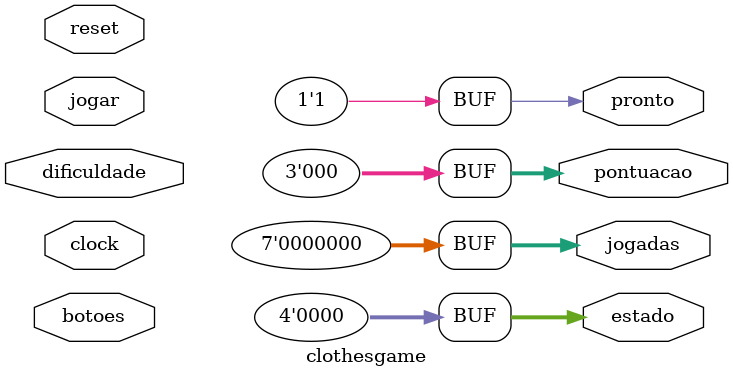
<source format=v>

module clothesgame (
    input clock,
    input reset,
    input jogar,
    input dificuldade,
    input [6:0] botoes,
    output [6:0] jogadas,
    output [3:0] estado,
    output [2:0] pontuacao,
    output pronto
);
    assign jogadas = 7'b0;
    assign pontuacao = 3'b0;
    assign pronto = 1'b1;
    assign estado = 4'b0;

endmodule

</source>
